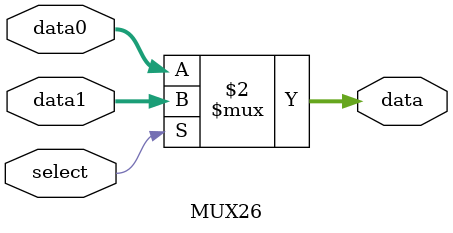
<source format=v>
`timescale 1ns / 1ps
module MUX26( input [ 25 : 0 ] data0, input [ 25 : 0 ] data1 , input select , output [ 25 : 0 ] data );
	assign data = !select ? data0 : data1 ;
endmodule
</source>
